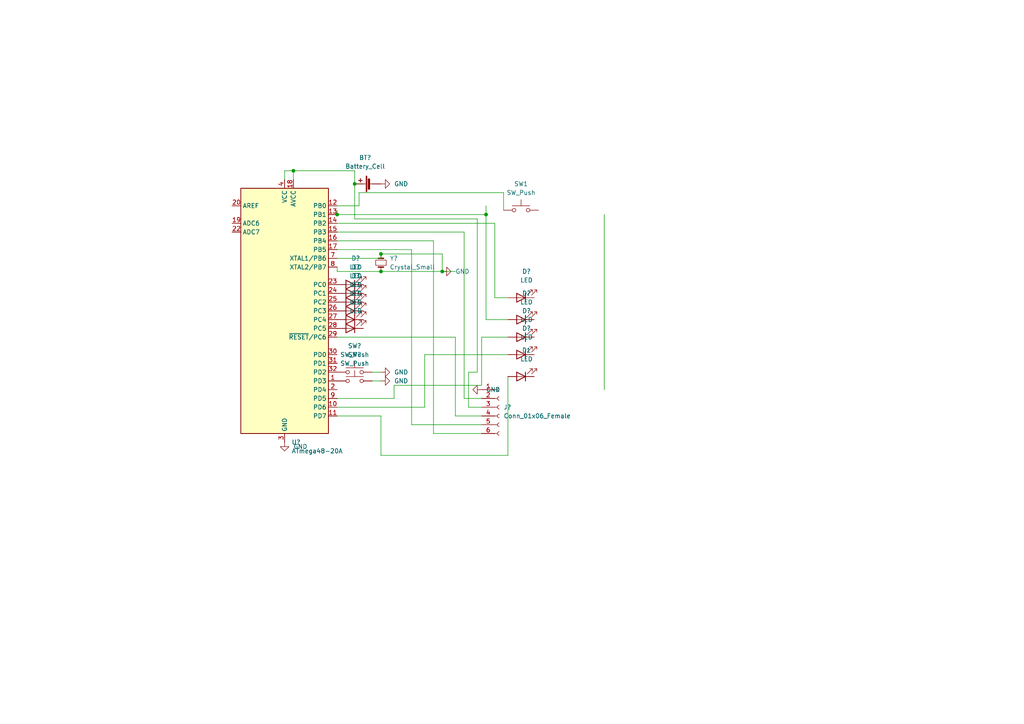
<source format=kicad_sch>
(kicad_sch (version 20230121) (generator eeschema)
  (paper "A4")
  (lib_symbols
    (symbol "Connector:Conn_01x06_Female" (pin_names (offset 1.016) hide)
      (property "Reference" "J" (at 0 7.62 0))
      (property "Value" "Conn_01x06_Female" (at 0 -10.16 0))
      (symbol "Conn_01x06_Female_1_1"
        (arc (start 0 -7.112) (mid -0.5058 -7.62) (end 0 -8.128) (stroke (width 0.1524)))
        (arc (start 0 -4.572) (mid -0.5058 -5.08) (end 0 -5.588) (stroke (width 0.1524)))
        (arc (start 0 -2.032) (mid -0.5058 -2.54) (end 0 -3.048) (stroke (width 0.1524)))
        (polyline (pts (xy -1.27 -7.62) (xy -0.508 -7.62)) (stroke (width 0.1524)))
        (polyline (pts (xy -1.27 -5.08) (xy -0.508 -5.08)) (stroke (width 0.1524)))
        (polyline (pts (xy -1.27 -2.54) (xy -0.508 -2.54)) (stroke (width 0.1524)))
        (polyline (pts (xy -1.27 0) (xy -0.508 0)) (stroke (width 0.1524)))
        (polyline (pts (xy -1.27 2.54) (xy -0.508 2.54)) (stroke (width 0.1524)))
        (polyline (pts (xy -1.27 5.08) (xy -0.508 5.08)) (stroke (width 0.1524)))
        (arc (start 0 0.508) (mid -0.5058 0) (end 0 -0.508) (stroke (width 0.1524)))
        (arc (start 0 3.048) (mid -0.5058 2.54) (end 0 2.032) (stroke (width 0.1524)))
        (arc (start 0 5.588) (mid -0.5058 5.08) (end 0 4.572) (stroke (width 0.1524)))
        (pin passive line (at -5.08 5.08 0) (length 3.81) (name "Pin_1") (number "1"))
        (pin passive line (at -5.08 2.54 0) (length 3.81) (name "Pin_2") (number "2"))
        (pin passive line (at -5.08 0 0) (length 3.81) (name "Pin_3") (number "3"))
        (pin passive line (at -5.08 -2.54 0) (length 3.81) (name "Pin_4") (number "4"))
        (pin passive line (at -5.08 -5.08 0) (length 3.81) (name "Pin_5") (number "5"))
        (pin passive line (at -5.08 -7.62 0) (length 3.81) (name "Pin_6") (number "6"))
      )
    )
    (symbol "Device:Battery_Cell" (pin_numbers hide) (pin_names (offset 0) hide)
      (property "Reference" "BT" (at 2.54 2.54 0))
      (property "Value" "Battery_Cell" (at 2.54 0 0))
      (symbol "Battery_Cell_0_1"
        (rectangle (start -2.286 1.778) (end 2.286 1.524) (fill (type outline)))
        (rectangle (start -1.5748 1.1938) (end 1.4732 0.6858) (fill (type outline)))
        (polyline (pts (xy 0 0.762) (xy 0 0)))
        (polyline (pts (xy 0 1.778) (xy 0 2.54)))
        (polyline (pts (xy 0.508 3.429) (xy 1.524 3.429)) (stroke (width 0.254)))
        (polyline (pts (xy 1.016 3.937) (xy 1.016 2.921)) (stroke (width 0.254)))
      )
      (symbol "Battery_Cell_1_1"
        (pin passive line (at 0 5.08 270) (length 2.54) (name "+") (number "1"))
        (pin passive line (at 0 -2.54 90) (length 2.54) (name "-") (number "2"))
      )
    )
    (symbol "Device:Crystal_Small" (pin_numbers hide) (pin_names (offset 1.016) hide)
      (property "Reference" "Y" (at 0 2.54 0))
      (property "Value" "Crystal_Small" (at 0 -2.54 0))
      (symbol "Crystal_Small_0_1"
        (rectangle (start -0.762 -1.524) (end 0.762 1.524))
        (polyline (pts (xy -1.27 -0.762) (xy -1.27 0.762)) (stroke (width 0.381)))
        (polyline (pts (xy 1.27 -0.762) (xy 1.27 0.762)) (stroke (width 0.381)))
      )
      (symbol "Crystal_Small_1_1"
        (pin passive line (at -2.54 0 0) (length 1.27) (name "1") (number "1"))
        (pin passive line (at 2.54 0 180) (length 1.27) (name "2") (number "2"))
      )
    )
    (symbol "Device:LED" (pin_numbers hide) (pin_names (offset 1.016) hide)
      (property "Reference" "D" (at 0 2.54 0))
      (property "Value" "LED" (at 0 -2.54 0))
      (symbol "LED_0_1"
        (polyline (pts (xy -1.27 -1.27) (xy -1.27 1.27)) (stroke (width 0.254)))
        (polyline (pts (xy -1.27 0) (xy 1.27 0)))
        (polyline (pts (xy 1.27 -1.27) (xy 1.27 1.27) (xy -1.27 0) (xy 1.27 -1.27)) (stroke (width 0.254)))
        (polyline (pts (xy -3.048 -0.762) (xy -4.572 -2.286) (xy -3.81 -2.286) (xy -4.572 -2.286) (xy -4.572 -1.524)))
        (polyline (pts (xy -1.778 -0.762) (xy -3.302 -2.286) (xy -2.54 -2.286) (xy -3.302 -2.286) (xy -3.302 -1.524)))
      )
      (symbol "LED_1_1"
        (pin passive line (at -3.81 0 0) (length 2.54) (name "K") (number "1"))
        (pin passive line (at 3.81 0 180) (length 2.54) (name "A") (number "2"))
      )
    )
    (symbol "MCU_Microchip_ATmega:ATmega48-20A"
      (property "Reference" "U" (at -12.7 36.83 0))
      (property "Value" "ATmega48-20A" (at 2.54 -36.83 0))
      (symbol "ATmega48-20A_0_1"
        (rectangle (start -12.7 -35.56) (end 12.7 35.56) (stroke (width 0.254)) (fill (type background)))
      )
      (symbol "ATmega48-20A_1_1"
        (pin bidirectional line (at 15.24 -20.32 180) (length 2.54) (name "PD3") (number "1"))
        (pin bidirectional line (at 15.24 -27.94 180) (length 2.54) (name "PD6") (number "10"))
        (pin bidirectional line (at 15.24 -30.48 180) (length 2.54) (name "PD7") (number "11"))
        (pin bidirectional line (at 15.24 30.48 180) (length 2.54) (name "PB0") (number "12"))
        (pin bidirectional line (at 15.24 27.94 180) (length 2.54) (name "PB1") (number "13"))
        (pin bidirectional line (at 15.24 25.4 180) (length 2.54) (name "PB2") (number "14"))
        (pin bidirectional line (at 15.24 22.86 180) (length 2.54) (name "PB3") (number "15"))
        (pin bidirectional line (at 15.24 20.32 180) (length 2.54) (name "PB4") (number "16"))
        (pin bidirectional line (at 15.24 17.78 180) (length 2.54) (name "PB5") (number "17"))
        (pin power_in line (at 2.54 38.1 270) (length 2.54) (name "AVCC") (number "18"))
        (pin input line (at -15.24 25.4 0) (length 2.54) (name "ADC6") (number "19"))
        (pin bidirectional line (at 15.24 -22.86 180) (length 2.54) (name "PD4") (number "2"))
        (pin passive line (at -15.24 30.48 0) (length 2.54) (name "AREF") (number "20"))
        (pin passive line (at 0 -38.1 90) (length 2.54) hide (name "GND") (number "21"))
        (pin input line (at -15.24 22.86 0) (length 2.54) (name "ADC7") (number "22"))
        (pin bidirectional line (at 15.24 7.62 180) (length 2.54) (name "PC0") (number "23"))
        (pin bidirectional line (at 15.24 5.08 180) (length 2.54) (name "PC1") (number "24"))
        (pin bidirectional line (at 15.24 2.54 180) (length 2.54) (name "PC2") (number "25"))
        (pin bidirectional line (at 15.24 0 180) (length 2.54) (name "PC3") (number "26"))
        (pin bidirectional line (at 15.24 -2.54 180) (length 2.54) (name "PC4") (number "27"))
        (pin bidirectional line (at 15.24 -5.08 180) (length 2.54) (name "PC5") (number "28"))
        (pin bidirectional line (at 15.24 -7.62 180) (length 2.54) (name "~{RESET}/PC6") (number "29"))
        (pin power_in line (at 0 -38.1 90) (length 2.54) (name "GND") (number "3"))
        (pin bidirectional line (at 15.24 -12.7 180) (length 2.54) (name "PD0") (number "30"))
        (pin bidirectional line (at 15.24 -15.24 180) (length 2.54) (name "PD1") (number "31"))
        (pin bidirectional line (at 15.24 -17.78 180) (length 2.54) (name "PD2") (number "32"))
        (pin power_in line (at 0 38.1 270) (length 2.54) (name "VCC") (number "4"))
        (pin passive line (at 0 -38.1 90) (length 2.54) hide (name "GND") (number "5"))
        (pin passive line (at 0 38.1 270) (length 2.54) hide (name "VCC") (number "6"))
        (pin bidirectional line (at 15.24 15.24 180) (length 2.54) (name "XTAL1/PB6") (number "7"))
        (pin bidirectional line (at 15.24 12.7 180) (length 2.54) (name "XTAL2/PB7") (number "8"))
        (pin bidirectional line (at 15.24 -25.4 180) (length 2.54) (name "PD5") (number "9"))
      )
    )
    (symbol "Switch:SW_Push" (pin_numbers hide) (pin_names (offset 1.016) hide)
      (property "Reference" "SW" (at 1.27 2.54 0))
      (property "Value" "SW_Push" (at 0 -1.524 0))
      (symbol "SW_Push_0_1"
        (circle (center -2.032 0) (radius 0.508))
        (polyline (pts (xy 0 1.27) (xy 0 3.048)))
        (polyline (pts (xy 2.54 1.27) (xy -2.54 1.27)))
        (circle (center 2.032 0) (radius 0.508))
        (pin passive line (at -5.08 0 0) (length 2.54) (name "1") (number "1"))
        (pin passive line (at 5.08 0 180) (length 2.54) (name "2") (number "2"))
      )
    )
    (symbol "power:GND" (power) (pin_names (offset 0))
      (property "Value" "GND" (at 0 -3.81 0))
      (symbol "GND_0_1"
        (polyline (pts (xy 0 0) (xy 0 -1.27) (xy 1.27 -1.27) (xy 0 -2.54) (xy -1.27 -1.27) (xy 0 -1.27)))
      )
      (symbol "GND_1_1"
        (pin power_in line (at 0 0 270) (length 0) hide (name "GND") (number "1"))
      )
    )
  )
  (junction (at 97.79 62.23))
  (junction (at 102.87 53.34))
  (junction (at 140.97 62.23))
  (junction (at 128.27 78.74))
  (junction (at 110.49 73.66))
  (junction (at 85.09 49.53))
  (junction (at 110.49 78.74))
  (wire (pts (xy 147.32 97.79) (xy 139.7 97.79)))
  (wire (pts (xy 82.55 49.53) (xy 85.09 49.53)))
  (wire (pts (xy 107.95 110.49) (xy 110.49 110.49)))
  (wire (pts (xy 135.89 118.11) (xy 139.7 118.11)))
  (wire (pts (xy 102.87 63.5) (xy 138.43 63.5)))
  (wire (pts (xy 128.27 73.66) (xy 128.27 78.74)))
  (wire (pts (xy 140.97 59.69) (xy 140.97 62.23)))
  (wire (pts (xy 143.51 64.77) (xy 143.51 86.36)))
  (wire (pts (xy 128.27 78.74) (xy 132.08 78.74)))
  (wire (pts (xy 139.7 97.79) (xy 139.7 111.76)))
  (wire (pts (xy 125.73 69.85) (xy 125.73 125.73)))
  (wire (pts (xy 110.49 132.08) (xy 110.49 120.65)))
  (wire (pts (xy 97.79 64.77) (xy 143.51 64.77)))
  (wire (pts (xy 146.05 55.88) (xy 104.14 55.88)))
  (wire (pts (xy 114.3 111.76) (xy 114.3 115.57)))
  (wire (pts (xy 110.49 73.66) (xy 128.27 73.66)))
  (wire (pts (xy 119.38 72.39) (xy 119.38 123.19)))
  (wire (pts (xy 110.49 78.74) (xy 128.27 78.74)))
  (wire (pts (xy 139.7 111.76) (xy 114.3 111.76)))
  (wire (pts (xy 147.32 109.22) (xy 147.32 132.08)))
  (wire (pts (xy 138.43 63.5) (xy 138.43 107.95)))
  (wire (pts (xy 97.79 69.85) (xy 125.73 69.85)))
  (wire (pts (xy 114.3 115.57) (xy 97.79 115.57)))
  (wire (pts (xy 143.51 86.36) (xy 147.32 86.36)))
  (wire (pts (xy 97.79 118.11) (xy 123.19 118.11)))
  (wire (pts (xy 97.79 78.74) (xy 97.79 77.47)))
  (wire (pts (xy 132.08 120.65) (xy 139.7 120.65)))
  (wire (pts (xy 110.49 120.65) (xy 97.79 120.65)))
  (wire (pts (xy 97.79 62.23) (xy 140.97 62.23)))
  (wire (pts (xy 97.79 72.39) (xy 119.38 72.39)))
  (wire (pts (xy 147.32 102.87) (xy 123.19 102.87)))
  (wire (pts (xy 135.89 107.95) (xy 135.89 118.11)))
  (wire (pts (xy 147.32 132.08) (xy 110.49 132.08)))
  (wire (pts (xy 97.79 97.79) (xy 132.08 97.79)))
  (wire (pts (xy 175.26 62.23) (xy 175.26 113.03)))
  (wire (pts (xy 85.09 49.53) (xy 102.87 49.53)))
  (wire (pts (xy 134.62 115.57) (xy 139.7 115.57)))
  (wire (pts (xy 107.95 107.95) (xy 110.49 107.95)))
  (wire (pts (xy 82.55 52.07) (xy 82.55 49.53)))
  (wire (pts (xy 104.14 59.69) (xy 97.79 59.69)))
  (wire (pts (xy 102.87 53.34) (xy 102.87 63.5)))
  (wire (pts (xy 138.43 107.95) (xy 135.89 107.95)))
  (wire (pts (xy 125.73 125.73) (xy 139.7 125.73)))
  (wire (pts (xy 119.38 123.19) (xy 139.7 123.19)))
  (wire (pts (xy 123.19 102.87) (xy 123.19 118.11)))
  (wire (pts (xy 132.08 97.79) (xy 132.08 120.65)))
  (wire (pts (xy 140.97 62.23) (xy 140.97 92.71)))
  (wire (pts (xy 146.05 60.96) (xy 146.05 55.88)))
  (wire (pts (xy 102.87 49.53) (xy 102.87 53.34)))
  (wire (pts (xy 104.14 55.88) (xy 104.14 59.69)))
  (wire (pts (xy 85.09 52.07) (xy 85.09 49.53)))
  (wire (pts (xy 97.79 74.93) (xy 110.49 74.93)))
  (wire (pts (xy 97.79 60.96) (xy 97.79 62.23)))
  (wire (pts (xy 110.49 78.74) (xy 97.79 78.74)))
  (wire (pts (xy 134.62 67.31) (xy 134.62 115.57)))
  (wire (pts (xy 97.79 67.31) (xy 134.62 67.31)))
  (wire (pts (xy 110.49 74.93) (xy 110.49 73.66)))
  (wire (pts (xy 140.97 92.71) (xy 147.32 92.71)))
  (symbol (lib_id "Device:Crystal_Small") (at 110.49 76.2 270) (unit 1)
    (property "Reference" "Y?" (at 113.03 74.9299 90) (effects (justify left)))
    (property "Value" "Crystal_Small" (at 113.03 77.4699 90) (effects (justify left)))
  )
  (symbol (lib_id "power:GND") (at 128.27 78.74 90) (unit 1)
    (property "Reference" "#PWR?" (effects hide))
    (property "Value" "GND" (at 132.08 78.7399 90) (effects (justify right)))
  )
  (symbol (lib_id "power:GND") (at 82.55 128.27 0) (unit 1)
    (property "Reference" "#PWR?" (effects hide))
    (property "Value" "GND" (at 85.09 129.5399 0) (effects (justify left)))
  )
  (symbol (lib_id "Device:LED") (at 101.6 90.17 180) (unit 1)
    (property "Reference" "D?" (at 103.1875 82.55 0))
    (property "Value" "LED" (at 103.1875 85.09 0))
  )
  (symbol (lib_id "Switch:SW_Push") (at 102.87 110.49 0) (unit 1)
    (property "Reference" "SW?" (at 102.87 102.87 0))
    (property "Value" "SW_Push" (at 102.87 105.41 0))
  )
  (symbol (lib_id "Device:LED") (at 101.6 92.71 180) (unit 1)
    (property "Reference" "D?" (at 103.1875 85.09 0))
    (property "Value" "LED" (at 103.1875 87.63 0))
  )
  (symbol (lib_id "power:GND") (at 139.7 113.03 270) (unit 1)
    (property "Reference" "#PWR?" (effects hide))
    (property "Value" "GND" (at 140.97 113.0299 90) (effects (justify left)))
  )
  (symbol (lib_id "power:GND") (at 110.49 110.49 90) (unit 1)
    (property "Reference" "#PWR?" (effects hide))
    (property "Value" "GND" (at 114.3 110.4899 90) (effects (justify right)))
  )
  (symbol (lib_id "Switch:SW_Push") (at 102.87 107.95 0) (unit 1)
    (property "Reference" "SW?" (at 102.87 100.33 0))
    (property "Value" "SW_Push" (at 102.87 102.87 0))
  )
  (symbol (lib_id "power:GND") (at 110.49 107.95 90) (unit 1)
    (property "Reference" "#PWR?" (effects hide))
    (property "Value" "GND" (at 114.3 107.9499 90) (effects (justify right)))
  )
  (symbol (lib_id "Device:LED") (at 151.13 109.22 180) (unit 1)
    (property "Reference" "D1" (at 152.7175 101.6 0))
    (property "Value" "LED" (at 152.7175 104.14 0))
  )
  (symbol (lib_id "Device:LED") (at 151.13 92.71 180) (unit 1)
    (property "Reference" "D?" (at 152.7175 85.09 0))
    (property "Value" "LED" (at 152.7175 87.63 0))
  )
  (symbol (lib_id "Device:LED") (at 101.6 82.55 180) (unit 1)
    (property "Reference" "D?" (at 103.1875 74.93 0))
    (property "Value" "LED" (at 103.1875 77.47 0))
  )
  (symbol (lib_id "Device:LED") (at 101.6 85.09 180) (unit 1)
    (property "Reference" "D?" (at 103.1875 77.47 0))
    (property "Value" "LED" (at 103.1875 80.01 0))
  )
  (symbol (lib_id "Device:LED") (at 101.6 87.63 180) (unit 1)
    (property "Reference" "D?" (at 103.1875 80.01 0))
    (property "Value" "LED" (at 103.1875 82.55 0))
  )
  (symbol (lib_id "Device:Battery_Cell") (at 107.95 53.34 90) (unit 1)
    (property "Reference" "BT?" (at 105.918 45.72 90))
    (property "Value" "Battery_Cell" (at 105.918 48.26 90))
  )
  (symbol (lib_id "power:GND") (at 110.49 53.34 90) (unit 1)
    (property "Reference" "#PWR?" (effects hide))
    (property "Value" "GND" (at 114.3 53.3399 90) (effects (justify right)))
  )
  (symbol (lib_id "Connector:Conn_01x06_Female") (at 144.78 118.11 0) (unit 1)
    (property "Reference" "J?" (at 146.05 118.1099 0) (effects (justify left)))
    (property "Value" "Conn_01x06_Female" (at 146.05 120.6499 0) (effects (justify left)))
  )
  (symbol (lib_id "Device:LED") (at 151.13 97.79 180) (unit 1)
    (property "Reference" "D?" (at 152.7175 90.17 0))
    (property "Value" "LED" (at 152.7175 92.71 0))
  )
  (symbol (lib_id "Device:LED") (at 101.6 95.25 180) (unit 1)
    (property "Reference" "D?" (at 103.1875 87.63 0))
    (property "Value" "LED" (at 103.1875 90.17 0))
  )
  (symbol (lib_id "Device:LED") (at 151.13 102.87 180) (unit 1)
    (property "Reference" "D?" (at 152.7175 95.25 0))
    (property "Value" "LED" (at 152.7175 97.79 0))
  )
  (symbol (lib_id "MCU_Microchip_ATmega:ATmega48-20A") (at 82.55 90.17 0) (unit 1)
    (property "Reference" "U?" (at 84.5694 128.27 0) (effects (justify left)))
    (property "Value" "ATmega48-20A" (at 84.5694 130.81 0) (effects (justify left)))
    (property "Footprint" "Package_QFP:TQFP-32_7x7mm_P0.8mm" (effects hide))
    (property "Datasheet" "http://ww1.microchip.com/downloads/en/DeviceDoc/Atmel-2545-8-bit-AVR-Microcontroller-ATmega48-88-168_Datasheet.pdf" (effects hide))
  )
  (symbol (lib_id "Device:LED") (at 151.13 86.36 180) (unit 1)
    (property "Reference" "D?" (at 152.7175 78.74 0))
    (property "Value" "LED" (at 152.7175 81.28 0))
  )
  (symbol (lib_id "Switch:SW_Push") (at 151.13 60.96 0) (unit 1)
    (property "Reference" "SW1" (at 151.13 53.34 0))
    (property "Value" "SW_Push" (at 151.13 55.88 0))
  )
)
</source>
